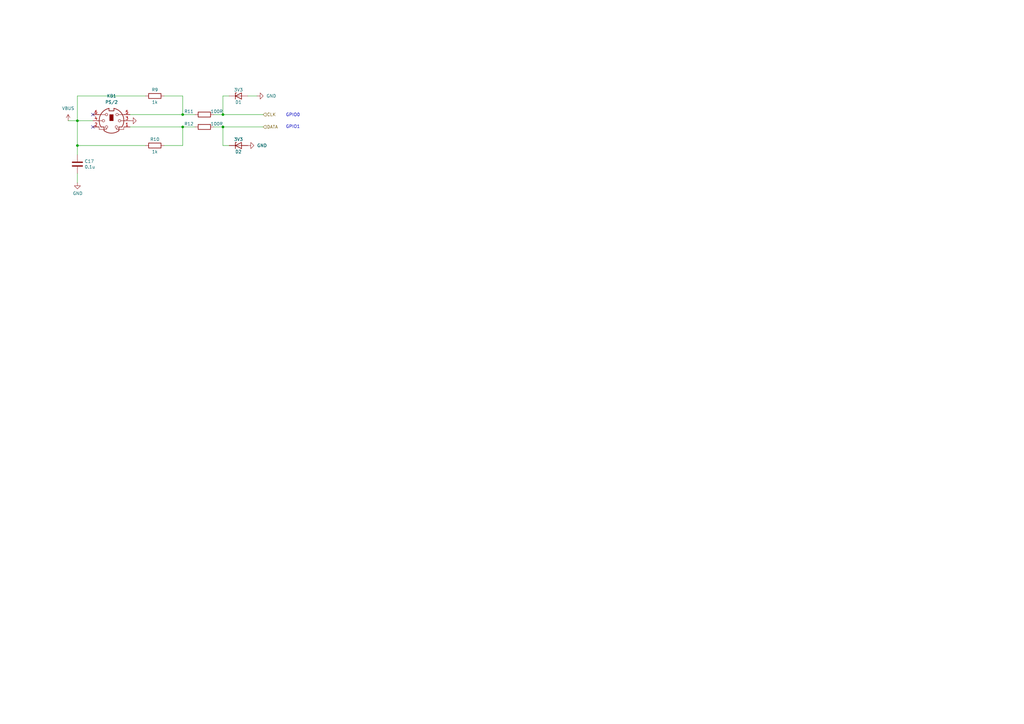
<source format=kicad_sch>
(kicad_sch (version 20231120) (generator "eeschema") (generator_version "8.0")
  (paper "A3")
  (title_block (title "CORE") (date "2024-12-17") (rev "1.0") (company "Mikhail Matveev") (comment 1 "https://github.com/xtremespb/core"))
  (lib_symbols
    (symbol "Connector:Mini-DIN-6" (pin_names (offset 1.016))
      (property "Reference" "J" (at 0 6.35 0))
      (property "Value" "Mini-DIN-6" (at 0 -6.35 0))
      (symbol "Mini-DIN-6_0_1"
        (circle (center -3.302 0) (radius 0.508))
        (arc (start -3.048 -4.064) (mid 0 -5.08) (end 3.048 -4.064) (stroke (width 0.254)))
        (circle (center -2.032 -2.54) (radius 0.508))
        (circle (center -2.032 2.54) (radius 0.508))
        (arc (start -1.016 5.08) (mid -4.6228 2.1214) (end -4.318 -2.54) (stroke (width 0.254)))
        (rectangle (start -0.762 2.54) (end 0.762 0) (fill (type outline)))
        (polyline (pts (xy -3.81 0) (xy -5.08 0)))
        (polyline (pts (xy -2.54 2.54) (xy -5.08 2.54)))
        (polyline (pts (xy 2.794 2.54) (xy 5.08 2.54)))
        (polyline (pts (xy 5.08 0) (xy 3.81 0)))
        (polyline (pts (xy -4.318 -2.54) (xy -3.048 -2.54) (xy -3.048 -4.064)) (stroke (width 0.254)))
        (polyline (pts (xy 4.318 -2.54) (xy 3.048 -2.54) (xy 3.048 -4.064)) (stroke (width 0.254)))
        (polyline (pts (xy -2.032 -3.048) (xy -2.032 -3.556) (xy -5.08 -3.556) (xy -5.08 -2.54)))
        (polyline (pts (xy -1.016 5.08) (xy -1.016 4.064) (xy 1.016 4.064) (xy 1.016 5.08)) (stroke (width 0.254)))
        (polyline (pts (xy 2.032 -3.048) (xy 2.032 -3.556) (xy 5.08 -3.556) (xy 5.08 -2.54)))
        (circle (center 2.032 -2.54) (radius 0.508))
        (circle (center 2.286 2.54) (radius 0.508))
        (circle (center 3.302 0) (radius 0.508))
        (arc (start 4.318 -2.54) (mid 4.6661 2.1322) (end 1.016 5.08) (stroke (width 0.254)))
      )
      (symbol "Mini-DIN-6_1_1"
        (pin passive line (at 7.62 -2.54 180) (length 2.54) (name "~") (number "1"))
        (pin passive line (at -7.62 -2.54 0) (length 2.54) (name "~") (number "2"))
        (pin passive line (at 7.62 0 180) (length 2.54) (name "~") (number "3"))
        (pin passive line (at -7.62 0 0) (length 2.54) (name "~") (number "4"))
        (pin passive line (at 7.62 2.54 180) (length 2.54) (name "~") (number "5"))
        (pin passive line (at -7.62 2.54 0) (length 2.54) (name "~") (number "6"))
      )
    )
    (symbol "Device:C" (pin_numbers hide) (pin_names (offset 0.254))
      (property "Reference" "C" (at 0.635 2.54 0))
      (property "Value" "C" (at 0.635 -2.54 0))
      (symbol "C_0_1"
        (polyline (pts (xy -2.032 -0.762) (xy 2.032 -0.762)) (stroke (width 0.508)))
        (polyline (pts (xy -2.032 0.762) (xy 2.032 0.762)) (stroke (width 0.508)))
      )
      (symbol "C_1_1"
        (pin passive line (at 0 3.81 270) (length 2.794) (name "~") (number "1"))
        (pin passive line (at 0 -3.81 90) (length 2.794) (name "~") (number "2"))
      )
    )
    (symbol "Device:D_Zener" (pin_numbers hide) (pin_names (offset 1.016) hide)
      (property "Reference" "D" (at 0 2.54 0))
      (property "Value" "D_Zener" (at 0 -2.54 0))
      (symbol "D_Zener_0_1"
        (polyline (pts (xy 1.27 0) (xy -1.27 0)))
        (polyline (pts (xy -1.27 -1.27) (xy -1.27 1.27) (xy -0.762 1.27)) (stroke (width 0.254)))
        (polyline (pts (xy 1.27 -1.27) (xy 1.27 1.27) (xy -1.27 0) (xy 1.27 -1.27)) (stroke (width 0.254)))
      )
      (symbol "D_Zener_1_1"
        (pin passive line (at -3.81 0 0) (length 2.54) (name "K") (number "1"))
        (pin passive line (at 3.81 0 180) (length 2.54) (name "A") (number "2"))
      )
    )
    (symbol "Device:R" (pin_numbers hide) (pin_names (offset 0))
      (property "Reference" "R" (at 2.032 0 90))
      (property "Value" "R" (at 0 0 90))
      (symbol "R_0_1"
        (rectangle (start -1.016 -2.54) (end 1.016 2.54) (stroke (width 0.254)))
      )
      (symbol "R_1_1"
        (pin passive line (at 0 3.81 270) (length 1.27) (name "~") (number "1"))
        (pin passive line (at 0 -3.81 90) (length 1.27) (name "~") (number "2"))
      )
    )
    (symbol "power:GND" (power) (pin_names (offset 0))
      (property "Value" "GND" (at 0 -3.81 0))
      (symbol "GND_0_1"
        (polyline (pts (xy 0 0) (xy 0 -1.27) (xy 1.27 -1.27) (xy 0 -2.54) (xy -1.27 -1.27) (xy 0 -1.27)))
      )
      (symbol "GND_1_1"
        (pin power_in line (at 0 0 270) (length 0) hide (name "GND") (number "1"))
      )
    )
    (symbol "power:VBUS" (power) (pin_numbers hide) (pin_names (offset 0) hide)
      (property "Value" "VBUS" (at 0 3.556 0))
      (symbol "VBUS_0_1"
        (polyline (pts (xy -0.762 1.27) (xy 0 2.54)))
        (polyline (pts (xy 0 0) (xy 0 2.54)))
        (polyline (pts (xy 0 2.54) (xy 0.762 1.27)))
      )
      (symbol "VBUS_1_1"
        (pin power_in line (at 0 0 90) (length 0) (name "~") (number "1"))
      )
    )
  )
  (junction (at 91.44 52.07))
  (junction (at 74.93 46.99))
  (junction (at 31.75 49.53))
  (junction (at 91.44 46.99))
  (junction (at 31.75 59.69))
  (junction (at 74.93 52.07))
  (no_connect (at 38.1 46.99))
  (no_connect (at 38.1 52.07))
  (wire (pts (xy 74.93 52.07) (xy 80.01 52.07)))
  (wire (pts (xy 74.93 46.99) (xy 80.01 46.99)))
  (wire (pts (xy 59.69 59.69) (xy 31.75 59.69)))
  (wire (pts (xy 31.75 59.69) (xy 31.75 63.5)))
  (wire (pts (xy 31.75 39.37) (xy 31.75 49.53)))
  (wire (pts (xy 101.6 39.37) (xy 105.41 39.37)))
  (wire (pts (xy 91.44 52.07) (xy 87.63 52.07)))
  (wire (pts (xy 91.44 59.69) (xy 91.44 52.07)))
  (wire (pts (xy 91.44 52.07) (xy 107.95 52.07)))
  (wire (pts (xy 31.75 59.69) (xy 31.75 49.53)))
  (wire (pts (xy 59.69 39.37) (xy 31.75 39.37)))
  (wire (pts (xy 93.98 59.69) (xy 91.44 59.69)))
  (wire (pts (xy 93.98 39.37) (xy 91.44 39.37)))
  (wire (pts (xy 53.34 52.07) (xy 74.93 52.07)))
  (wire (pts (xy 91.44 46.99) (xy 107.95 46.99)))
  (wire (pts (xy 91.44 39.37) (xy 91.44 46.99)))
  (wire (pts (xy 31.75 49.53) (xy 38.1 49.53)))
  (wire (pts (xy 31.75 49.53) (xy 27.94 49.53)))
  (wire (pts (xy 67.31 59.69) (xy 74.93 59.69)))
  (wire (pts (xy 74.93 39.37) (xy 74.93 46.99)))
  (wire (pts (xy 53.34 46.99) (xy 74.93 46.99)))
  (wire (pts (xy 67.31 39.37) (xy 74.93 39.37)))
  (wire (pts (xy 31.75 71.12) (xy 31.75 74.93)))
  (wire (pts (xy 74.93 52.07) (xy 74.93 59.69)))
  (wire (pts (xy 91.44 46.99) (xy 87.63 46.99)))
  (text "GPIO0" (at 120.142 47.244 0) (effects (font (size 1.27 1.27))))
  (text "GPIO1" (at 120.142 52.07 0) (effects (font (size 1.27 1.27))))
  (hierarchical_label "DATA" (shape input) (at 107.95 52.07 0))
  (hierarchical_label "CLK" (shape input) (at 107.95 46.99 0))
  (symbol (lib_id "power:GND") (at 101.6 59.69 90) (unit 1)
    (property "Reference" "#PWR030" (effects (hide yes)))
    (property "Value" "GND" (at 105.41 59.6899 90) (effects (justify right)))
  )
  (symbol (lib_id "Device:D_Zener") (at 97.79 59.69 0) (unit 1)
    (property "Reference" "D2" (at 97.79 62.23 0))
    (property "Value" "3V3" (at 97.79 57.15 0))
    (property "Footprint" "LIBS:Medved_D_0805" (effects (hide yes)))
  )
  (symbol (lib_id "power:GND") (at 31.75 74.93 0) (unit 1)
    (property "Reference" "#PWR028" (effects (hide yes)))
    (property "Value" "GND" (at 31.877 79.3242 0))
  )
  (symbol (lib_id "Device:R") (at 83.82 52.07 90) (unit 1)
    (property "Reference" "R12" (at 77.47 50.8 90))
    (property "Value" "100R" (at 88.9 50.8 90))
    (property "Footprint" "LIBS:Medved_R_0805" (effects (hide yes)))
  )
  (symbol (lib_id "Device:R") (at 83.82 46.99 90) (unit 1)
    (property "Reference" "R11" (at 77.47 45.72 90))
    (property "Value" "100R" (at 88.9 45.72 90))
    (property "Footprint" "LIBS:Medved_R_0805" (effects (hide yes)))
  )
  (symbol (lib_id "power:GND") (at 105.41 39.37 90) (unit 1)
    (property "Reference" "#PWR031" (effects (hide yes)))
    (property "Value" "GND" (at 109.22 39.3699 90) (effects (justify right)))
  )
  (symbol (lib_id "power:VBUS") (at 27.94 49.53 0) (unit 1)
    (property "Reference" "#PWR027" (effects (hide yes)))
    (property "Value" "VBUS" (at 27.94 44.45 0))
    (property "Description" "Power symbol creates a global label with name \"VBUS\"" (effects (hide yes)))
  )
  (symbol (lib_id "Device:R") (at 63.5 59.69 90) (unit 1)
    (property "Reference" "R10" (at 63.5 57.15 90))
    (property "Value" "1k" (at 63.5 62.23 90))
    (property "Footprint" "LIBS:Medved_R_0805" (effects (hide yes)))
  )
  (symbol (lib_id "Device:R") (at 63.5 39.37 90) (unit 1)
    (property "Reference" "R9" (at 63.5 36.83 90))
    (property "Value" "1k" (at 63.5 41.91 90))
    (property "Footprint" "LIBS:Medved_R_0805" (effects (hide yes)))
  )
  (symbol (lib_id "Connector:Mini-DIN-6") (at 45.72 49.53 0) (unit 1)
    (property "Reference" "KB1" (at 45.7377 39.37 0))
    (property "Value" "PS/2" (at 45.7377 41.91 0))
    (property "Footprint" "LIBS:Connector_Mini-DIN_Female_6Pin_2rows" (effects (hide yes)))
    (property "Datasheet" "http://service.powerdynamics.com/ec/Catalog17/Section%2011.pdf" (effects (hide yes)))
  )
  (symbol (lib_id "power:GND") (at 53.34 49.53 90) (unit 1)
    (property "Reference" "#PWR029" (effects (hide yes)))
    (property "Value" "GND" (effects (hide yes)))
  )
  (symbol (lib_id "Device:D_Zener") (at 97.79 39.37 0) (unit 1)
    (property "Reference" "D1" (at 97.79 41.91 0))
    (property "Value" "3V3" (at 97.79 36.83 0))
    (property "Footprint" "LIBS:Medved_D_0805" (effects (hide yes)))
  )
  (symbol (lib_id "Device:C") (at 31.75 67.31 0) (unit 1)
    (property "Reference" "C17" (at 34.671 66.1416 0) (effects (justify left)))
    (property "Value" "0.1u" (at 34.671 68.453 0) (effects (justify left)))
    (property "Footprint" "LIBS:Medved_C_0805" (effects (hide yes)))
  )
)
</source>
